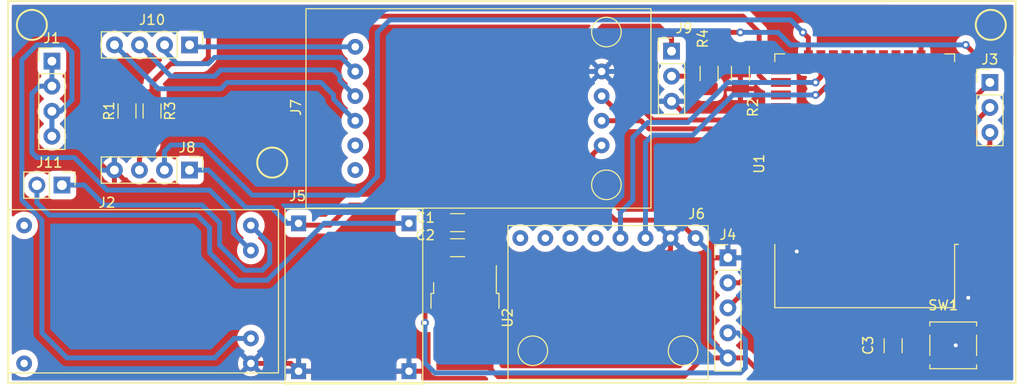
<source format=kicad_pcb>
(kicad_pcb (version 20211014) (generator pcbnew)
  (layers (0 "F.Cu" signal) (31 "B.Cu" signal) (34 "B.Paste" user) (35 "F.Paste" user) (36 "B.SilkS" user "B.Silkscreen") (37 "F.SilkS" user "F.Silkscreen") (38 "B.Mask" user) (39 "F.Mask" user) (44 "Edge.Cuts" user))
  (net 0 "")
  (net 1 "4056OUT-")
  (net 2 "US_ECHO")
  (net 3 "VEL_PULSE")
  (net 4 "Net-(J8-Pad3)")
  (net 5 "Net-(J9-Pad2)")
  (net 6 "3.3Reg")
  (net 9 "Net-(U1-Pad3)")
  (net 18 "MPU_SCL")
  (net 19 "MPU_SDA")
  (net 21 "US_TRIGGER")
  (net 26 "LC_SCK")
  (net 27 "LC_DT")
  (net 30 "Net-(J3-Pad3)")
  (net 31 "Net-(J4-Pad3)")
  (net 34 "Boost5V")
  (net 35 "LC_E+")
  (net 36 "LC_E-")
  (net 37 "LC_A+")
  (net 38 "LC_A-")
  (net 39 "4056OUT+")
  (net 40 "USB+")
  (net 41 "Battery(+)")
  (net 42 "Net-(J3-Pad1)")
  (net 43 "Net-(J3-Pad2)")
  (net 44 "Net-(J4-Pad2)")
  (net 45 "Battery(-)")
  (net 48 "Net-(J11-Pad2)")
  (net 49 "USB-")
  (footprint "Connector_PinHeader_2.54mm:PinHeader_1x04_P2.54mm_Vertical" (layer "F.Cu") (at 71.12 125.73 -90)
    (fp_text reference "J10" (at -2.54 3.81 180) (layer "F.SilkS"))
    (fp_text value "LOADCELL")
    (pad "1" thru_hole rect (at 0 0 270) (size 1.7 1.7) (drill 0.9) (layers *.Cu *.Mask) (net 35 "LC_E+"))
    (pad "2" thru_hole oval (at 0 2.54 270) (size 1.7 1.7) (drill 0.9) (layers *.Cu *.Mask) (net 36 "LC_E-"))
    (pad "3" thru_hole oval (at 0 5.08 270) (size 1.7 1.7) (drill 0.9) (layers *.Cu *.Mask) (net 37 "LC_A+"))
    (pad "4" thru_hole oval (at 0 7.62 270) (size 1.7 1.7) (drill 0.9) (layers *.Cu *.Mask) (net 38 "LC_A-"))
  )
  (footprint "Connector_PinHeader_2.54mm:PinHeader_1x02_P2.54mm_Vertical" (layer "F.Cu") (at 58.166 139.954 -90)
    (fp_text reference "J11" (at -2.286 1.27 180) (layer "F.SilkS"))
    (fp_text value "ON/OFF-Switch")
    (pad "1" thru_hole rect (at 0 0 270) (size 1.7 1.7) (drill 1) (layers *.Cu *.Mask) (net 39 "4056OUT+"))
    (pad "2" thru_hole oval (at 0 2.54 270) (size 1.7 1.7) (drill 1) (layers *.Cu *.Mask) (net 48 "Net-(J11-Pad2)"))
  )
  (footprint "Connector_PinHeader_2.54mm:PinHeader_1x04_P2.54mm_Vertical" (layer "F.Cu") (at 71.11 138.43 -90)
    (fp_text reference "J8" (at -2.286 0.244 180) (layer "F.SilkS"))
    (fp_text value "HC-SR04")
    (pad "1" thru_hole rect (at 0 0 270) (size 1.7 1.7) (drill 0.9) (layers *.Cu *.Mask) (net 34 "Boost5V"))
    (pad "2" thru_hole oval (at 0 2.54 270) (size 1.7 1.7) (drill 0.9) (layers *.Cu *.Mask) (net 21 "US_TRIGGER"))
    (pad "3" thru_hole oval (at 0 5.08 270) (size 1.7 1.7) (drill 0.9) (layers *.Cu *.Mask) (net 4 "Net-(J8-Pad3)"))
    (pad "4" thru_hole oval (at 0 7.62 270) (size 1.7 1.7) (drill 0.9) (layers *.Cu *.Mask) (net 1 "4056OUT-"))
  )
  (footprint "Connector_PinHeader_2.54mm:PinHeader_1x05_P2.54mm_Vertical" (layer "F.Cu") (at 125.73 147.325)
    (fp_text reference "J4" (at 0 -2.33) (layer "F.SilkS"))
    (fp_text value "UART2TTL Bridge")
    (pad "1" thru_hole rect (at 0 0) (size 1.7 1.7) (drill 0.9) (layers *.Cu *.Mask) (net 1 "4056OUT-"))
    (pad "2" thru_hole oval (at 0 2.54) (size 1.7 1.7) (drill 0.9) (layers *.Cu *.Mask) (net 44 "Net-(J4-Pad2)"))
    (pad "3" thru_hole oval (at 0 5.08) (size 1.7 1.7) (drill 0.9) (layers *.Cu *.Mask) (net 31 "Net-(J4-Pad3)"))
    (pad "4" thru_hole oval (at 0 7.62) (size 1.7 1.7) (drill 0.9) (layers *.Cu *.Mask) (net 34 "Boost5V"))
    (pad "5" thru_hole oval (at 0 10.16) (size 1.7 1.7) (drill 0.9) (layers *.Cu *.Mask) (net 6 "3.3Reg"))
  )
  (footprint "Resistor_SMD:R_1206_3216Metric_Pad1.30x1.75mm_HandSolder" (layer "F.Cu") (at 127 128.625 90)
    (fp_text reference "R2" (at -3.455 1.27 90) (layer "F.SilkS"))
    (fp_text value "1k")
    (pad "1" smd roundrect (at -1.55 0 90) (size 1.3 1.75) (layers "F.Cu" "F.Paste" "F.Mask") (roundrect_rratio 0.1923076923) (net 1 "4056OUT-"))
    (pad "2" smd roundrect (at 1.55 0 90) (size 1.3 1.75) (layers "F.Cu" "F.Paste" "F.Mask") (roundrect_rratio 0.1923076923) (net 3 "VEL_PULSE"))
  )
  (footprint "Capacitor_SMD:C_1206_3216Metric_Pad1.33x1.80mm_HandSolder" (layer "F.Cu") (at 98.298 146.304 180)
    (fp_text reference "C2" (at 3.2635 1.27) (layer "F.SilkS"))
    (fp_text value "CP1_Small")
    (pad "1" smd roundrect (at -1.5625 0 180) (size 1.325 1.8) (layers "F.Cu" "F.Paste" "F.Mask") (roundrect_rratio 0.1886792453) (net 6 "3.3Reg"))
    (pad "2" smd roundrect (at 1.5625 0 180) (size 1.325 1.8) (layers "F.Cu" "F.Paste" "F.Mask") (roundrect_rratio 0.1886792453) (net 1 "4056OUT-"))
  )
  (footprint "Miscelaneos:MPU 6050 Module" (layer "F.Cu") (at 123.72 144.06 -90)
    (fp_text reference "J6" (at -1.185 1.165 unlocked) (layer "F.SilkS"))
    (fp_text value "MPU6050")
    (pad "1" thru_hole circle (at 1.27 1.27 270) (size 1.6 1.6) (drill 0.762) (layers *.Cu *.Mask) (net 6 "3.3Reg"))
    (pad "2" thru_hole circle (at 1.27 3.81 270) (size 1.6 1.6) (drill 0.762) (layers *.Cu *.Mask) (net 1 "4056OUT-"))
    (pad "3" thru_hole circle (at 1.27 6.35 270) (size 1.6 1.6) (drill 0.762) (layers *.Cu *.Mask) (net 18 "MPU_SCL"))
    (pad "4" thru_hole circle (at 1.27 8.89 270) (size 1.6 1.6) (drill 0.762) (layers *.Cu *.Mask) (net 19 "MPU_SDA"))
    (pad "5" thru_hole circle (at 1.27 11.43 270) (size 1.6 1.6) (drill 0.762) (layers *.Cu *.Mask))
    (pad "6" thru_hole circle (at 1.27 13.97 270) (size 1.6 1.6) (drill 0.762) (layers *.Cu *.Mask))
    (pad "7" thru_hole circle (at 1.27 16.51 270) (size 1.6 1.6) (drill 0.762) (layers *.Cu *.Mask))
    (pad "8" thru_hole circle (at 1.27 19.05 270) (size 1.6 1.6) (drill 0.762) (layers *.Cu *.Mask))
  )
  (footprint "Resistor_SMD:R_1206_3216Metric_Pad1.30x1.75mm_HandSolder" (layer "F.Cu") (at 123.825 128.625 -90)
    (fp_text reference "R4" (at -3.53 0.635 -90) (layer "F.SilkS"))
    (fp_text value "330")
    (pad "1" smd roundrect (at -1.55 0 270) (size 1.3 1.75) (layers "F.Cu" "F.Paste" "F.Mask") (roundrect_rratio 0.1923076923) (net 3 "VEL_PULSE"))
    (pad "2" smd roundrect (at 1.55 0 270) (size 1.3 1.75) (layers "F.Cu" "F.Paste" "F.Mask") (roundrect_rratio 0.1923076923) (net 5 "Net-(J9-Pad2)"))
  )
  (footprint "Button_Switch_SMD:SW_SPST_TL3305B" (layer "F.Cu") (at 148.59 156.21)
    (fp_text reference "SW1" (at -1.016 -4.064) (layer "F.SilkS"))
    (fp_text value "SW_Enable")
    (pad "1" smd rect (at -3.6 -1.5) (size 1.6 1.4) (layers "F.Cu" "F.Paste" "F.Mask") (net 1 "4056OUT-"))
    (pad "1" smd rect (at 3.6 -1.5) (size 1.6 1.4) (layers "F.Cu" "F.Paste" "F.Mask") (net 1 "4056OUT-"))
    (pad "2" smd rect (at 3.6 1.5) (size 1.6 1.4) (layers "F.Cu" "F.Paste" "F.Mask") (net 9 "Net-(U1-Pad3)"))
    (pad "2" smd rect (at -3.6 1.5) (size 1.6 1.4) (layers "F.Cu" "F.Paste" "F.Mask") (net 9 "Net-(U1-Pad3)"))
  )
  (footprint "Connector_PinHeader_2.54mm:PinHeader_1x04_P2.54mm_Vertical" (layer "F.Cu") (at 57.15 127.381)
    (fp_text reference "J1" (at 0 -2.33) (layer "F.SilkS"))
    (fp_text value "Battery Pins")
    (pad "1" thru_hole rect (at 0 0) (size 1.7 1.7) (drill 0.9) (layers *.Cu *.Mask) (net 41 "Battery(+)"))
    (pad "2" thru_hole oval (at 0 2.54) (size 1.7 1.7) (drill 0.9) (layers *.Cu *.Mask) (net 41 "Battery(+)"))
    (pad "3" thru_hole oval (at 0 5.08) (size 1.7 1.7) (drill 0.9) (layers *.Cu *.Mask) (net 45 "Battery(-)"))
    (pad "4" thru_hole oval (at 0 7.62) (size 1.7 1.7) (drill 0.9) (layers *.Cu *.Mask) (net 45 "Battery(-)"))
  )
  (footprint "Capacitor_SMD:C_1206_3216Metric_Pad1.33x1.80mm_HandSolder" (layer "F.Cu") (at 98.298 143.764 180)
    (fp_text reference "C1" (at 3.2635 0.508) (layer "F.SilkS"))
    (fp_text value "CP1_Small")
    (pad "1" smd roundrect (at -1.5625 0 180) (size 1.325 1.8) (layers "F.Cu" "F.Paste" "F.Mask") (roundrect_rratio 0.1886792453) (net 34 "Boost5V"))
    (pad "2" smd roundrect (at 1.5625 0 180) (size 1.325 1.8) (layers "F.Cu" "F.Paste" "F.Mask") (roundrect_rratio 0.1886792453) (net 1 "4056OUT-"))
  )
  (footprint "RF_Module:ESP32-WROOM-32" (layer "F.Cu") (at 139.610244 136.525 180)
    (fp_text reference "U1" (at 10.705244 -1.27 90) (layer "F.SilkS"))
    (fp_text value "ESP32-WROOM-32")
    (pad "1" smd rect (at -8.5 -8.255 180) (size 2 0.9) (layers "F.Cu" "F.Paste" "F.Mask") (net 1 "4056OUT-"))
    (pad "2" smd rect (at -8.5 -6.985 180) (size 2 0.9) (layers "F.Cu" "F.Paste" "F.Mask") (net 6 "3.3Reg"))
    (pad "3" smd rect (at -8.5 -5.715 180) (size 2 0.9) (layers "F.Cu" "F.Paste" "F.Mask") (net 9 "Net-(U1-Pad3)"))
    (pad "4" smd rect (at -8.5 -4.445 180) (size 2 0.9) (layers "F.Cu" "F.Paste" "F.Mask"))
    (pad "5" smd rect (at -8.5 -3.175 180) (size 2 0.9) (layers "F.Cu" "F.Paste" "F.Mask"))
    (pad "6" smd rect (at -8.5 -1.905 180) (size 2 0.9) (layers "F.Cu" "F.Paste" "F.Mask") (net 3 "VEL_PULSE"))
    (pad "7" smd rect (at -8.5 -0.635 180) (size 2 0.9) (layers "F.Cu" "F.Paste" "F.Mask") (net 30 "Net-(J3-Pad3)"))
    (pad "8" smd rect (at -8.5 0.635 180) (size 2 0.9) (layers "F.Cu" "F.Paste" "F.Mask") (net 43 "Net-(J3-Pad2)"))
    (pad "9" smd rect (at -8.5 1.905 180) (size 2 0.9) (layers "F.Cu" "F.Paste" "F.Mask") (net 42 "Net-(J3-Pad1)"))
    (pad "10" smd rect (at -8.5 3.175 180) (size 2 0.9) (layers "F.Cu" "F.Paste" "F.Mask"))
    (pad "11" smd rect (at -8.5 4.445 180) (size 2 0.9) (layers "F.Cu" "F.Paste" "F.Mask"))
    (pad "12" smd rect (at -8.5 5.715 180) (size 2 0.9) (layers "F.Cu" "F.Paste" "F.Mask"))
    (pad "13" smd rect (at -8.5 6.985 180) (size 2 0.9) (layers "F.Cu" "F.Paste" "F.Mask"))
    (pad "14" smd rect (at -8.5 8.255 180) (size 2 0.9) (layers "F.Cu" "F.Paste" "F.Mask"))
    (pad "15" smd rect (at -5.715 9.255 270) (size 2 0.9) (layers "F.Cu" "F.Paste" "F.Mask") (net 1 "4056OUT-"))
    (pad "16" smd rect (at -4.445 9.255 270) (size 2 0.9) (layers "F.Cu" "F.Paste" "F.Mask") (net 18 "MPU_SCL"))
    (pad "17" smd rect (at -3.175 9.255 270) (size 2 0.9) (layers "F.Cu" "F.Paste" "F.Mask"))
    (pad "18" smd rect (at -1.905 9.255 270) (size 2 0.9) (layers "F.Cu" "F.Paste" "F.Mask"))
    (pad "19" smd rect (at -0.635 9.255 270) (size 2 0.9) (layers "F.Cu" "F.Paste" "F.Mask"))
    (pad "20" smd rect (at 0.635 9.255 270) (size 2 0.9) (layers "F.Cu" "F.Paste" "F.Mask"))
    (pad "21" smd rect (at 1.905 9.255 270) (size 2 0.9) (layers "F.Cu" "F.Paste" "F.Mask"))
    (pad "22" smd rect (at 3.175 9.255 270) (size 2 0.9) (layers "F.Cu" "F.Paste" "F.Mask"))
    (pad "23" smd rect (at 4.445 9.255 270) (size 2 0.9) (layers "F.Cu" "F.Paste" "F.Mask") (net 19 "MPU_SDA"))
    (pad "24" smd rect (at 5.715 9.255 270) (size 2 0.9) (layers "F.Cu" "F.Paste" "F.Mask") (net 21 "US_TRIGGER"))
    (pad "25" smd rect (at 8.5 8.255 180) (size 2 0.9) (layers "F.Cu" "F.Paste" "F.Mask"))
    (pad "26" smd rect (at 8.5 6.985 180) (size 2 0.9) (layers "F.Cu" "F.Paste" "F.Mask") (net 2 "US_ECHO"))
    (pad "27" smd rect (at 8.5 5.715 180) (size 2 0.9) (layers "F.Cu" "F.Paste" "F.Mask"))
    (pad "28" smd rect (at 8.5 4.445 180) (size 2 0.9) (layers "F.Cu" "F.Paste" "F.Mask"))
    (pad "29" smd rect (at 8.5 3.175 180) (size 2 0.9) (layers "F.Cu" "F.Paste" "F.Mask"))
    (pad "30" smd rect (at 8.5 1.905 180) (size 2 0.9) (layers "F.Cu" "F.Paste" "F.Mask") (net 27 "LC_DT"))
    (pad "31" smd rect (at 8.5 0.635 180) (size 2 0.9) (layers "F.Cu" "F.Paste" "F.Mask") (net 26 "LC_SCK"))
    (pad "32" smd rect (at 8.5 -0.635 180) (size 2 0.9) (layers "F.Cu" "F.Paste" "F.Mask"))
    (pad "33" smd rect (at 8.5 -1.905 180) (size 2 0.9) (layers "F.Cu" "F.Paste" "F.Mask"))
    (pad "34" smd rect (at 8.5 -3.175 180) (size 2 0.9) (layers "F.Cu" "F.Paste" "F.Mask") (net 44 "Net-(J4-Pad2)"))
    (pad "35" smd rect (at 8.5 -4.445 180) (size 2 0.9) (layers "F.Cu" "F.Paste" "F.Mask") (net 31 "Net-(J4-Pad3)"))
    (pad "36" smd rect (at 8.5 -5.715 180) (size 2 0.9) (layers "F.Cu" "F.Paste" "F.Mask"))
    (pad "37" smd rect (at 8.5 -6.985 180) (size 2 0.9) (layers "F.Cu" "F.Paste" "F.Mask"))
    (pad "38" smd rect (at 8.5 -8.255 180) (size 2 0.9) (layers "F.Cu" "F.Paste" "F.Mask") (net 1 "4056OUT-"))
    (pad "39" smd rect (at -1 -0.755 180) (size 5 5) (layers "F.Cu" "F.Paste" "F.Mask") (net 1 "4056OUT-"))
  )
  (footprint "Miscelaneos:HX711 Loadcell ADC" (layer "F.Cu") (at 82.925 121.425)
    (fp_text reference "J7" (at -1.01 10.655 90 unlocked) (layer "F.SilkS"))
    (fp_text value "HX711")
    (pad "1" thru_hole circle (at 5 4.5) (size 1.6 1.6) (drill oval 0.762) (layers *.Cu *.Mask) (net 35 "LC_E+"))
    (pad "2" thru_hole circle (at 5 7) (size 1.6 1.6) (drill 0.762) (layers *.Cu *.Mask) (net 36 "LC_E-"))
    (pad "3" thru_hole circle (at 5 9.5) (size 1.6 1.6) (drill 0.762) (layers *.Cu *.Mask) (net 37 "LC_A+"))
    (pad "4" thru_hole circle (at 5 12) (size 1.6 1.6) (drill 0.762) (layers *.Cu *.Mask) (net 38 "LC_A-"))
    (pad "5" thru_hole circle (at 30 14.5) (size 1.6 1.6) (drill 0.762) (layers *.Cu *.Mask) (net 6 "3.3Reg"))
    (pad "6" thru_hole circle (at 30 7) (size 1.6 1.6) (drill 0.762) (layers *.Cu *.Mask) (net 1 "4056OUT-"))
    (pad "7" thru_hole circle (at 30 12) (size 1.6 1.6) (drill 0.762) (layers *.Cu *.Mask) (net 26 "LC_SCK"))
    (pad "8" thru_hole circle (at 30 9.5) (size 1.6 1.6) (drill 0.762) (layers *.Cu *.Mask) (net 27 "LC_DT"))
    (pad "x" thru_hole circle (at 5 14.5) (size 1.6 1.6) (drill 0.762) (layers *.Cu *.Mask))
    (pad "x" thru_hole circle (at 5 17) (size 1.6 1.6) (drill 0.762) (layers *.Cu *.Mask))
  )
  (footprint "Miscelaneos:5-12V BoostConverter" (layer "F.Cu") (at 94.774 142.335 -90)
    (fp_text reference "J5" (at -1.27 12.7 unlocked) (layer "F.SilkS"))
    (fp_text value "BoostConverter")
    (pad "1" thru_hole rect (at 1.4986 1.3984 270) (size 1.6 1.524) (drill 0.762) (layers *.Cu *.Mask) (net 48 "Net-(J11-Pad2)"))
    (pad "2" thru_hole rect (at 16.4986 1.3984 270) (size 1.6 1.524) (drill 0.762) (layers *.Cu *.Mask) (net 1 "4056OUT-"))
    (pad "3" thru_hole rect (at 1.4986 12.5984 270) (size 1.6 1.524) (drill 0.762) (layers *.Cu *.Mask) (net 34 "Boost5V"))
    (pad "4" thru_hole rect (at 16.4986 12.5984 270) (size 1.6 1.524) (drill 0.762) (layers *.Cu *.Mask) (net 1 "4056OUT-"))
  )
  (footprint "Miscelaneos:18650 TP4056 Module" (layer "F.Cu") (at 52.135 137.725)
    (fp_text reference "J2" (at 10.603 4.007 unlocked) (layer "F.SilkS"))
    (fp_text value "TP4056 Module")
    (pad "1" thru_hole circle (at 25.2 8.86) (size 1.6 1.6) (drill 0.762) (layers *.Cu *.Mask) (net 41 "Battery(+)"))
    (pad "2" thru_hole circle (at 25.2 17.78) (size 1.6 1.6) (drill 0.762) (layers *.Cu *.Mask) (net 45 "Battery(-)"))
    (pad "3" thru_hole circle (at 25.2 6.32) (size 1.6 1.6) (drill 0.762) (layers *.Cu *.Mask) (net 39 "4056OUT+"))
    (pad "4" thru_hole circle (at 2.2 6.32) (size 1.6 1.6) (drill 0.762) (layers *.Cu *.Mask) (net 40 "USB+"))
    (pad "5" thru_hole circle (at 25.2 20.32) (size 1.6 1.6) (drill 0.762) (layers *.Cu *.Mask) (net 1 "4056OUT-"))
    (pad "6" thru_hole circle (at 2.2 20.32) (size 1.6 1.6) (drill 0.762) (layers *.Cu *.Mask) (net 49 "USB-"))
  )
  (footprint "Package_TO_SOT_SMD:TO-252-3_TabPin2" (layer "F.Cu") (at 99.059 153.416 -90)
    (fp_text reference "U2" (at 0 -4.319 -90) (layer "F.SilkS"))
    (fp_text value "LM1117-3.3")
    (pad "1" smd rect (at -4.2 -2.28 270) (size 2.2 1.2) (layers "F.Cu" "F.Paste" "F.Mask") (net 1 "4056OUT-"))
    (pad "2" smd rect (at 2.1 0 270) (size 6.4 5.8) (layers "F.Cu" "F.Mask") (net 6 "3.3Reg"))
    (pad "2" smd rect (at -4.2 0 270) (size 2.2 1.2) (layers "F.Cu" "F.Paste" "F.Mask") (net 6 "3.3Reg"))
    (pad "3" smd rect (at -4.2 2.28 270) (size 2.2 1.2) (layers "F.Cu" "F.Paste" "F.Mask") (net 34 "Boost5V"))
  )
  (footprint "Connector_PinHeader_2.54mm:PinHeader_1x03_P2.54mm_Vertical" (layer "F.Cu") (at 152.310244 129.54)
    (fp_text reference "J3" (at 0 -2.33) (layer "F.SilkS"))
    (fp_text value "Reserve IO's")
    (pad "1" thru_hole rect (at 0 0) (size 1.7 1.7) (drill 0.9) (layers *.Cu *.Mask) (net 42 "Net-(J3-Pad1)"))
    (pad "2" thru_hole oval (at 0 2.54) (size 1.7 1.7) (drill 0.9) (layers *.Cu *.Mask) (net 43 "Net-(J3-Pad2)"))
    (pad "3" thru_hole oval (at 0 5.08) (size 1.7 1.7) (drill 0.9) (layers *.Cu *.Mask) (net 30 "Net-(J3-Pad3)"))
  )
  (footprint "Resistor_SMD:R_1206_3216Metric_Pad1.30x1.75mm_HandSolder" (layer "F.Cu") (at 64.77 132.435 90)
    (fp_text reference "R1" (at 0 -1.82 90) (layer "F.SilkS"))
    (fp_text value "1k")
    (pad "1" smd roundrect (at -1.55 0 90) (size 1.3 1.75) (layers "F.Cu" "F.Paste" "F.Mask") (roundrect_rratio 0.1923076923) (net 1 "4056OUT-"))
    (pad "2" smd roundrect (at 1.55 0 90) (size 1.3 1.75) (layers "F.Cu" "F.Paste" "F.Mask") (roundrect_rratio 0.1923076923) (net 2 "US_ECHO"))
  )
  (footprint "Connector_PinHeader_2.54mm:PinHeader_1x03_P2.54mm_Vertical" (layer "F.Cu") (at 120.015 126.365)
    (fp_text reference "J9" (at 1.27 -2.33) (layer "F.SilkS"))
    (fp_text value "FOTOELECTRIC_ENCODER")
    (pad "1" thru_hole rect (at 0 0) (size 1.7 1.7) (drill 0.9) (layers *.Cu *.Mask) (net 34 "Boost5V"))
    (pad "2" thru_hole oval (at 0 2.54) (size 1.7 1.7) (drill 0.9) (layers *.Cu *.Mask) (net 5 "Net-(J9-Pad2)"))
    (pad "3" thru_hole oval (at 0 5.08) (size 1.7 1.7) (drill 0.9) (layers *.Cu *.Mask) (net 1 "4056OUT-"))
  )
  (footprint "Capacitor_SMD:C_1206_3216Metric_Pad1.33x1.80mm_HandSolder" (layer "F.Cu") (at 142.494 156.2485 90)
    (fp_text reference "C3" (at 0.0385 -2.54 90) (layer "F.SilkS"))
    (fp_text value "10uF")
    (pad "1" smd roundrect (at -1.5625 0 90) (size 1.325 1.8) (layers "F.Cu" "F.Paste" "F.Mask") (roundrect_rratio 0.188679) (net 9 "Net-(U1-Pad3)"))
    (pad "2" smd roundrect (at 1.5625 0 90) (size 1.325 1.8) (layers "F.Cu" "F.Paste" "F.Mask") (roundrect_rratio 0.188679) (net 1 "4056OUT-"))
  )
  (footprint "Resistor_SMD:R_1206_3216Metric_Pad1.30x1.75mm_HandSolder" (layer "F.Cu") (at 67.31 132.435 -90)
    (fp_text reference "R3" (at 0 -1.82 -90) (layer "F.SilkS"))
    (fp_text value "330")
    (pad "1" smd roundrect (at -1.55 0 270) (size 1.3 1.75) (layers "F.Cu" "F.Paste" "F.Mask") (roundrect_rratio 0.1923076923) (net 2 "US_ECHO"))
    (pad "2" smd roundrect (at 1.55 0 270) (size 1.3 1.75) (layers "F.Cu" "F.Paste" "F.Mask") (roundrect_rratio 0.1923076923) (net 4 "Net-(J8-Pad3)"))
  )
  (gr_rect (start 52.705 160.02) (end 154.94 121.285) (layer "F.SilkS") (width 0.15) (fill none))
  (gr_circle (center 55.118 123.698) (end 56.642 123.698) (layer "F.SilkS") (width 0.2) (fill none))
  (gr_circle (center 152.4 123.698) (end 153.924 123.698) (layer "F.SilkS") (width 0.2) (fill none))
  (gr_circle (center 79.502 137.668) (end 81.026 137.668) (layer "F.SilkS") (width 0.2) (fill none))
  (segment (start 120.015 131.445) (end 121.02048 132.45048) (width 0.5) (layer "F.Cu") (net 1))
  (segment (start 148.110244 144.78) (end 146.05 144.78) (width 0.5) (layer "F.Cu") (net 1))
  (segment (start 77.335 158.045) (end 81.387 158.045) (width 0.5) (layer "F.Cu") (net 1))
  (segment (start 145.325244 127.27) (end 145.325244 129.629756) (width 0.5) (layer "F.Cu") (net 1))
  (segment (start 63.754 121.92) (end 61.214 124.46) (width 0.5) (layer "F.Cu") (net 1))
  (segment (start 135.89 140.97) (end 139.58 137.28) (width 0.5) (layer "F.Cu") (net 1))
  (segment (start 144.145 138.43) (end 142.995 137.28) (width 0.5) (layer "F.Cu") (net 1))
  (segment (start 96.7355 146.304) (end 93.726 149.3135) (width 0.5) (layer "F.Cu") (net 1))
  (segment (start 121.02048 132.45048) (end 125.99452 132.45048) (width 0.5) (layer "F.Cu") (net 1))
  (segment (start 79.502 155.878) (end 79.502 143.002) (width 0.5) (layer "F.Cu") (net 1))
  (segment (start 133.985 144.78) (end 132.715 146.05) (width 0.5) (layer "F.Cu") (net 1))
  (segment (start 101.854 147.574) (end 118.872 147.574) (width 0.5) (layer "F.Cu") (net 1))
  (segment (start 77.335 158.045) (end 79.502 155.878) (width 0.5) (layer "F.Cu") (net 1))
  (segment (start 150.69 156.21) (end 149.606 156.21) (width 0.5) (layer "F.Cu") (net 1))
  (segment (start 144.145 142.875) (end 144.145 138.43) (width 0.5) (layer "F.Cu") (net 1))
  (segment (start 101.086 148.342) (end 101.854 147.574) (width 0.5) (layer "F.Cu") (net 1))
  (segment (start 150.114 145.034) (end 150.114 151.384) (width 0.5) (layer "F.Cu") (net 1))
  (segment (start 63.49 137.17) (end 64.77 135.89) (width 0.5) (layer "F.Cu") (net 1))
  (segment (start 146.05 144.78) (end 144.145 142.875) (width 0.5) (layer "F.Cu") (net 1))
  (segment (start 76.962 140.462) (end 65.522 140.462) (width 0.5) (layer "F.Cu") (net 1))
  (segment (start 63.49 138.43) (end 63.49 137.17) (width 0.5) (layer "F.Cu") (net 1))
  (segment (start 93.3756 157.226) (end 93.3756 158.8336) (width 0.5) (layer "F.Cu") (net 1))
  (segment (start 119.91 146.536) (end 119.91 145.33) (width 0.5) (layer "F.Cu") (net 1))
  (segment (start 125.99452 132.45048) (end 127 131.445) (width 0.5) (layer "F.Cu") (net 1))
  (segment (start 101.086 149.807) (end 101.086 148.342) (width 0.5) (layer "F.Cu") (net 1))
  (segment (start 93.726 156.8756) (end 93.3756 157.226) (width 0.5) (layer "F.Cu") (net 1))
  (segment (start 61.214 124.46) (end 61.214 136.906) (width 0.5) (layer "F.Cu") (net 1))
  (segment (start 93.726 149.3135) (end 93.726 156.8756) (width 0.5) (layer "F.Cu") (net 1))
  (segment (start 152.19 154.71) (end 150.69 156.21) (width 0.5) (layer "F.Cu") (net 1))
  (segment (start 82.1756 158.8336) (end 93.3756 158.8336) (width 0.5) (layer "F.Cu") (net 1))
  (segment (start 96.7355 146.304) (end 96.7355 143.764) (width 0.5) (layer "F.Cu") (net 1))
  (segment (start 144.99 154.71) (end 152.19 154.71) (width 0.5) (layer "F.Cu") (net 1))
  (segment (start 61.214 136.906) (end 62.738 138.43) (width 0.5) (layer "F.Cu") (net 1))
  (segment (start 142.494 121.92) (end 63.754 121.92) (width 0.5) (layer "F.Cu") (net 1))
  (segment (start 133.985 144.78) (end 135.89 142.875) (width 0.5) (layer "F.Cu") (net 1))
  (segment (start 142.494 154.686) (end 144.966 154.686) (width 0.5) (layer "F.Cu") (net 1))
  (segment (start 149.606 156.21) (end 148.844 156.21) (width 0.5) (layer "F.Cu") (net 1))
  (segment (start 145.325244 124.751244) (end 142.494 121.92) (width 0.5) (layer "F.Cu") (net 1))
  (segment (start 118.872 147.574) (end 119.91 146.536) (width 0.5) (layer "F.Cu") (net 1))
  (segment (start 148.110244 144.78) (end 149.86 144.78) (width 0.5) (layer "F.Cu") (net 1))
  (segment (start 131.110244 144.78) (end 133.985 144.78) (width 0.5) (layer "F.Cu") (net 1))
  (segment (start 64.77 135.89) (end 64.77 133.985) (width 0.5) (layer "F.Cu") (net 1))
  (segment (start 121.905 147.325) (end 119.91 145.33) (width 0.5) (layer "F.Cu") (net 1))
  (segment (start 65.522 140.462) (end 63.49 138.43) (width 0.5) (layer "F.Cu") (net 1))
  (segment (start 81.387 158.045) (end 82.1756 158.8336) (width 0.5) (layer "F.Cu") (net 1))
  (segment (start 145.325244 129.629756) (end 140.610244 134.344756) (width 0.5) (layer "F.Cu") (net 1))
  (segment (start 149.86 144.78) (end 150.114 145.034) (width 0.5) (layer "F.Cu") (net 1))
  (segment (start 142.995 137.28) (end 140.610244 137.28) (width 0.5) (layer "F.Cu") (net 1))
  (segment (start 140.610244 134.344756) (end 140.610244 137.28) (width 0.5) (layer "F.Cu") (net 1))
  (segment (start 79.502 143.002) (end 76.962 140.462) (width 0.5) (layer "F.Cu") (net 1))
  (segment (start 135.89 142.875) (end 135.89 140.97) (width 0.5) (layer "F.Cu") (net 1))
  (segment (start 125.73 147.325) (end 121.905 147.325) (width 0.5) (layer "F.Cu") (net 1))
  (segment (start 144.966 154.686) (end 144.99 154.71) (width 0.5) (layer "F.Cu") (net 1))
  (segment (start 132.715 146.05) (end 132.715 146.685) (width 0.5) (layer "F.Cu") (net 1))
  (segment (start 145.325244 127.27) (end 145.325244 124.751244) (width 0.5) (layer "F.Cu") (net 1))
  (segment (start 139.58 137.28) (end 140.610244 137.28) (width 0.5) (layer "F.Cu") (net 1))
  (segment (start 62.738 138.43) (end 63.49 138.43) (width 0.5) (layer "F.Cu") (net 1))
  (segment (start 127 131.445) (end 127 130.175) (width 0.5) (layer "F.Cu") (net 1))
  (via (at 148.844 156.21) (size 0.8) (drill 0.4) (layers "F.Cu" "B.Cu") (net 1))
  (via (at 150.114 151.384) (size 0.8) (drill 0.4) (layers "F.Cu" "B.Cu") (net 1))
  (via (at 132.715 146.685) (size 0.8) (drill 0.4) (layers "F.Cu" "B.Cu") (net 1))
  (segment (start 131.445 147.955) (end 128.27 147.955) (width 0.5) (layer "B.Cu") (net 1))
  (segment (start 148.844 156.21) (end 150.114 154.94) (width 0.5) (layer "B.Cu") (net 1))
  (segment (start 93.1202 158.835) (end 93.1216 158.8336) (width 0.5) (layer "B.Cu") (net 1))
  (segment (start 103.505 143.51) (end 102.235 144.78) (width 0.5) (layer "B.Cu") (net 1))
  (segment (start 109.22 143.51) (end 103.505 143.51) (width 0.5) (layer "B.Cu") (net 1))
  (segment (start 114.455 128.425) (end 117.475 131.445) (width 0.5) (layer "B.Cu") (net 1))
  (segment (start 112.925 128.425) (end 111.605 128.425) (width 0.5) (layer "B.Cu") (net 1))
  (segment (start 128.27 147.955) (end 127.635 147.32) (width 0.5) (layer "B.Cu") (net 1))
  (segment (start 111.125 128.905) (end 111.125 141.605) (width 0.5) (layer "B.Cu") (net 1))
  (segment (start 112.925 128.425) (end 114.455 128.425) (width 0.5) (layer "B.Cu") (net 1))
  (segment (start 102.235 144.78) (end 102.235 146.685) (width 0.5) (layer "B.Cu") (net 1))
  (segment (start 127.635 147.32) (end 127.63 147.325) (width 0.5) (layer "B.Cu") (net 1))
  (segment (start 119.91 145.52) (end 119.91 145.33) (width 0.5) (layer "B.Cu") (net 1))
  (segment (start 102.235 146.685) (end 102.87 147.32) (width 0.5) (layer "B.Cu") (net 1))
  (segment (start 118.11 147.32) (end 119.91 145.52) (width 0.5) (layer "B.Cu") (net 1))
  (segment (start 127.63 147.325) (end 125.73 147.325) (width 0.5) (layer "B.Cu") (net 1))
  (segment (start 117.475 131.445) (end 120.015 131.445) (width 0.5) (layer "B.Cu") (net 1))
  (segment (start 111.125 141.605) (end 109.22 143.51) (width 0.5) (layer "B.Cu") (net 1))
  (segment (start 150.114 154.94) (end 150.114 151.384) (width 0.5) (layer "B.Cu") (net 1))
  (segment (start 111.605 128.425) (end 111.125 128.905) (width 0.5) (layer "B.Cu") (net 1))
  (segment (start 132.715 146.685) (end 131.445 147.955) (width 0.5) (layer "B.Cu") (net 1))
  (segment (start 102.87 147.32) (end 118.11 147.32) (width 0.5) (layer "B.Cu") (net 1))
  (segment (start 69.215 127.635) (end 72.39 127.635) (width 0.5) (layer "F.Cu") (net 2))
  (segment (start 74.66548 122.81952) (end 127.26452 122.81952) (width 0.5) (layer "F.Cu") (net 2))
  (segment (start 73.025 127) (end 73.025 124.46) (width 0.5) (layer "F.Cu") (net 2))
  (segment (start 73.025 124.46) (end 74.66548 122.81952) (width 0.5) (layer "F.Cu") (net 2))
  (segment (start 128.905 128.813778) (end 129.631222 129.54) (width 0.5) (layer "F.Cu") (net 2))
  (segment (start 67.31 129.54) (end 69.215 127.635) (width 0.5) (layer "F.Cu") (net 2))
  (segment (start 129.631222 129.54) (end 131.110244 129.54) (width 0.5) (layer "F.Cu") (net 2))
  (segment (start 64.77 130.885) (end 67.31 130.885) (width 0.5) (layer "F.Cu") (net 2))
  (segment (start 128.905 124.46) (end 128.905 128.813778) (width 0.5) (layer "F.Cu") (net 2))
  (segment (start 67.31 130.885) (end 67.31 129.54) (width 0.5) (layer "F.Cu") (net 2))
  (segment (start 127.26452 122.81952) (end 128.905 124.46) (width 0.5) (layer "F.Cu") (net 2))
  (segment (start 72.39 127.635) (end 73.025 127) (width 0.5) (layer "F.Cu") (net 2))
  (segment (start 154.178 127.762) (end 154.178 136.398) (width 0.5) (layer "F.Cu") (net 3))
  (segment (start 153.67 127.254) (end 154.178 127.762) (width 0.5) (layer "F.Cu") (net 3))
  (segment (start 127 124.46) (end 125.73 124.46) (width 0.5) (layer "F.Cu") (net 3))
  (segment (start 154.178 136.398) (end 152.146 138.43) (width 0.5) (layer "F.Cu") (net 3))
  (segment (start 152.146 138.43) (end 148.110244 138.43) (width 0.5) (layer "F.Cu") (net 3))
  (segment (start 149.86 125.73) (end 151.384 127.254) (width 0.5) (layer "F.Cu") (net 3))
  (segment (start 123.825 126.365) (end 123.825 127.075) (width 0.5) (layer "F.Cu") (net 3))
  (segment (start 151.384 127.254) (end 153.67 127.254) (width 0.5) (layer "F.Cu") (net 3))
  (segment (start 123.825 127.075) (end 127 127.075) (width 0.5) (layer "F.Cu") (net 3))
  (segment (start 125.73 124.46) (end 123.825 126.365) (width 0.5) (layer "F.Cu") (net 3))
  (via (at 127 124.46) (size 0.8) (drill 0.4) (layers "F.Cu" "B.Cu") (net 3))
  (via (at 149.86 125.73) (size 0.8) (drill 0.4) (layers "F.Cu" "B.Cu") (net 3))
  (segment (start 133.35 125.73) (end 132.08 125.73) (width 0.5) (layer "B.Cu") (net 3))
  (segment (start 132.08 125.73) (end 130.81 124.46) (width 0.5) (layer "B.Cu") (net 3))
  (segment (start 149.86 125.73) (end 133.35 125.73) (width 0.5) (layer "B.Cu") (net 3))
  (segment (start 130.81 124.46) (end 127 124.46) (width 0.5) (layer "B.Cu") (net 3))
  (segment (start 66.03 138.43) (end 66.03 137.17) (width 0.5) (layer "F.Cu") (net 4))
  (segment (start 67.31 135.89) (end 67.31 133.985) (width 0.5) (layer "F.Cu") (net 4))
  (segment (start 66.03 137.17) (end 67.31 135.89) (width 0.5) (layer "F.Cu") (net 4))
  (segment (start 123.825 129.54) (end 123.19 128.905) (width 0.5) (layer "F.Cu") (net 5))
  (segment (start 123.19 128.905) (end 120.015 128.905) (width 0.5) (layer "F.Cu") (net 5))
  (segment (start 123.825 130.175) (end 123.825 129.54) (width 0.5) (layer "F.Cu") (net 5))
  (segment (start 140.94448 153.900907) (end 141.683387 153.162) (width 0.5) (layer "F.Cu") (net 6))
  (segment (start 151.13 144.272) (end 150.368 143.51) (width 0.5) (layer "F.Cu") (net 6))
  (segment (start 99.8605 146.304) (end 99.059 147.1055) (width 0.5) (layer "F.Cu") (net 6))
  (segment (start 112.02452 136.82548) (end 112.02452 141.23452) (width 0.5) (layer "F.Cu") (net 6))
  (segment (start 102.421 159.385) (end 98.806 155.77) (width 0.5) (layer "F.Cu") (net 6))
  (segment (start 123.19 157.48) (end 121.285 159.385) (width 0.5) (layer "F.Cu") (net 6))
  (segment (start 127.513 157.485) (end 129.032 159.004) (width 0.5) (layer "F.Cu") (net 6))
  (segment (start 121.285 159.385) (end 102.421 159.385) (width 0.5) (layer "F.Cu") (net 6))
  (segment (start 139.954 159.004) (end 140.94448 158.01352) (width 0.5) (layer "F.Cu") (net 6))
  (segment (start 120.65 143.53) (end 122.45 145.33) (width 0.5) (layer "F.Cu") (net 6))
  (segment (start 125.73 157.485) (end 127.513 157.485) (width 0.5) (layer "F.Cu") (net 6))
  (segment (start 123.195 157.485) (end 123.19 157.48) (width 0.5) (layer "F.Cu") (net 6))
  (segment (start 141.683387 153.162) (end 149.86 153.162) (width 0.5) (layer "F.Cu") (net 6))
  (segment (start 99.059 147.1055) (end 99.059 149.216) (width 0.5) (layer "F.Cu") (net 6))
  (segment (start 151.13 151.892) (end 151.13 144.272) (width 0.5) (layer "F.Cu") (net 6))
  (segment (start 149.86 153.162) (end 151.13 151.892) (width 0.5) (layer "F.Cu") (net 6))
  (segment (start 125.73 157.485) (end 123.195 157.485) (width 0.5) (layer "F.Cu") (net 6))
  (segment (start 129.032 159.004) (end 139.954 159.004) (width 0.5) (layer "F.Cu") (net 6))
  (segment (start 120.65 143.51) (end 120.65 143.53) (width 0.5) (layer "F.Cu") (net 6))
  (segment (start 112.925 135.925) (end 112.02452 136.82548) (width 0.5) (layer "F.Cu") (net 6))
  (segment (start 99.059 149.216) (end 99.059 155.516) (width 0.5) (layer "F.Cu") (net 6))
  (segment (start 150.368 143.51) (end 148.110244 143.51) (width 0.5) (layer "F.Cu") (net 6))
  (segment (start 114.3 143.51) (end 120.65 143.51) (width 0.5) (layer "F.Cu") (net 6))
  (segment (start 140.94448 158.01352) (end 140.94448 153.900907) (width 0.5) (layer "F.Cu") (net 6))
  (segment (start 112.02452 141.23452) (end 114.3 143.51) (width 0.5) (layer "F.Cu") (net 6))
  (segment (start 123.825 155.58) (end 125.73 157.485) (width 0.5) (layer "B.Cu") (net 6))
  (segment (start 123.825 146.705) (end 123.825 155.58) (width 0.5) (layer "B.Cu") (net 6))
  (segment (start 122.45 145.33) (end 123.825 146.705) (width 0.5) (layer "B.Cu") (net 6))
  (segment (start 153.67 156.845) (end 153.67 153.390978) (width 0.5) (layer "F.Cu") (net 9))
  (segment (start 152.4 153.035) (end 152.02952 152.66452) (width 0.5) (layer "F.Cu") (net 9))
  (segment (start 142.494 157.811) (end 144.889 157.811) (width 0.5) (layer "F.Cu") (net 9))
  (segment (start 144.99 157.71) (end 152.19 157.71) (width 0.5) (layer "F.Cu") (net 9))
  (segment (start 144.889 157.811) (end 144.99 157.71) (width 0.5) (layer "F.Cu") (net 9))
  (segment (start 152.02952 143.772406) (end 150.497113 142.24) (width 0.5) (layer "F.Cu") (net 9))
  (segment (start 150.497113 142.24) (end 148.110244 142.24) (width 0.5) (layer "F.Cu") (net 9))
  (segment (start 152.805 157.71) (end 153.67 156.845) (width 0.5) (layer "F.Cu") (net 9))
  (segment (start 153.314022 153.035) (end 152.4 153.035) (width 0.5) (layer "F.Cu") (net 9))
  (segment (start 152.02952 152.66452) (end 152.02952 143.772406) (width 0.5) (layer "F.Cu") (net 9))
  (segment (start 152.19 157.71) (end 152.805 157.71) (width 0.5) (layer "F.Cu") (net 9))
  (segment (start 153.67 153.390978) (end 153.314022 153.035) (width 0.5) (layer "F.Cu") (net 9))
  (segment (start 144.055244 127.27) (end 144.055244 128.749022) (width 0.5) (layer "F.Cu") (net 18))
  (segment (start 136.104234 129.54) (end 134.834234 130.81) (width 0.5) (layer "F.Cu") (net 18))
  (segment (start 134.834234 130.81) (end 134.62 130.81) (width 0.5) (layer "F.Cu") (net 18))
  (segment (start 144.055244 128.749022) (end 143.264266 129.54) (width 0.5) (layer "F.Cu") (net 18))
  (segment (start 143.264266 129.54) (end 136.104234 129.54) (width 0.5) (layer "F.Cu") (net 18))
  (via (at 134.62 130.81) (size 0.8) (drill 0.4) (layers "F.Cu" "B.Cu") (net 18))
  (segment (start 134.62 130.81) (end 126.238 130.81) (width 0.5) (layer "B.Cu") (net 18))
  (segment (start 126.238 130.81) (end 122.174 134.874) (width 0.5) (layer "B.Cu") (net 18))
  (segment (start 122.174 134.874) (end 118.11 134.874) (width 0.5) (layer "B.Cu") (net 18))
  (segment (start 117.37 135.614) (end 117.37 145.33) (width 0.5) (layer "B.Cu") (net 18))
  (segment (start 118.11 134.874) (end 117.37 135.614) (width 0.5) (layer "B.Cu") (net 18))
  (segment (start 134.62 129.54) (end 135.165244 128.994756) (width 0.5) (layer "F.Cu") (net 19))
  (segment (start 135.165244 128.994756) (end 135.165244 127.27) (width 0.5) (layer "F.Cu") (net 19))
  (via (at 134.62 129.54) (size 0.8) (drill 0.4) (layers "F.Cu" "B.Cu") (net 19))
  (segment (start 117.602 133.604) (end 116.078 135.128) (width 0.5) (layer "B.Cu") (net 19))
  (segment (start 125.73 129.54) (end 121.666 133.604) (width 0.5) (layer "B.Cu") (net 19))
  (segment (start 134.62 129.54) (end 125.73 129.54) (width 0.5) (layer "B.Cu") (net 19))
  (segment (start 116.078 135.128) (end 116.078 141.478) (width 0.5) (layer "B.Cu") (net 19))
  (segment (start 116.078 141.478) (end 114.808 142.748) (width 0.5) (layer "B.Cu") (net 19))
  (segment (start 121.666 133.604) (end 117.602 133.604) (width 0.5) (layer "B.Cu") (net 19))
  (segment (start 114.83 142.77) (end 114.83 145.33) (width 0.5) (layer "B.Cu") (net 19))
  (segment (start 114.808 142.748) (end 114.83 142.77) (width 0.5) (layer "B.Cu") (net 19))
  (segment (start 133.895244 127.27) (end 133.895244 125.005244) (width 0.5) (layer "F.Cu") (net 21))
  (segment (start 133.795733 127.170489) (end 133.795733 126.900489) (width 0.5) (layer "F.Cu") (net 21))
  (segment (start 133.895244 127.27) (end 133.795733 127.170489) (width 0.5) (layer "F.Cu") (net 21))
  (segment (start 133.895244 125.005244) (end 133.35 124.46) (width 0.5) (layer "F.Cu") (net 21))
  (via (at 133.35 124.46) (size 0.8) (drill 0.4) (layers "F.Cu" "B.Cu") (net 21))
  (segment (start 69.215 135.89) (end 72.39 135.89) (width 0.5) (layer "B.Cu") (net 21))
  (segment (start 77.47 140.97) (end 88.265 140.97) (width 0.5) (layer "B.Cu") (net 21))
  (segment (start 88.265 140.97) (end 90.17 139.065) (width 0.5) (layer "B.Cu") (net 21))
  (segment (start 72.39 135.89) (end 77.47 140.97) (width 0.5) (layer "B.Cu") (net 21))
  (segment (start 68.57 136.535) (end 69.215 135.89) (width 0.5) (layer "B.Cu") (net 21))
  (segment (start 68.57 138.43) (end 68.57 136.535) (width 0.5) (layer "B.Cu") (net 21))
  (segment (start 90.17 124.46) (end 91.44 123.19) (width 0.5) (layer "B.Cu") (net 21))
  (segment (start 132.08 123.19) (end 133.35 124.46) (width 0.5) (layer "B.Cu") (net 21))
  (segment (start 90.17 139.065) (end 90.17 124.46) (width 0.5) (layer "B.Cu") (net 21))
  (segment (start 91.44 123.19) (end 132.08 123.19) (width 0.5) (layer "B.Cu") (net 21))
  (segment (start 128.00548 135.89) (end 131.110244 135.89) (width 0.5) (layer "F.Cu") (net 26))
  (segment (start 126.365 134.24952) (end 128.00548 135.89) (width 0.5) (layer "F.Cu") (net 26))
  (segment (start 112.925 133.425) (end 116.912886 133.425) (width 0.5) (layer "F.Cu") (net 26))
  (segment (start 116.912886 133.425) (end 117.737407 134.24952) (width 0.5) (layer "F.Cu") (net 26))
  (segment (start 117.737407 134.24952) (end 126.365 134.24952) (width 0.5) (layer "F.Cu") (net 26))
  (segment (start 114.52548 132.52548) (end 117.28548 132.52548) (width 0.5) (layer "F.Cu") (net 27))
  (segment (start 112.925 130.925) (end 114.52548 132.52548) (width 0.5) (layer "F.Cu") (net 27))
  (segment (start 127 133.35) (end 128.27 134.62) (width 0.5) (layer "F.Cu") (net 27))
  (segment (start 128.27 134.62) (end 131.110244 134.62) (width 0.5) (layer "F.Cu") (net 27))
  (segment (start 118.11 133.35) (end 127 133.35) (width 0.5) (layer "F.Cu") (net 27))
  (segment (start 117.28548 132.52548) (end 118.11 133.35) (width 0.5) (layer "F.Cu") (net 27))
  (segment (start 152.310244 135.89) (end 151.040244 137.16) (width 0.5) (layer "F.Cu") (net 30))
  (segment (start 151.040244 137.16) (end 148.110244 137.16) (width 0.5) (layer "F.Cu") (net 30))
  (segment (start 152.310244 134.62) (end 152.310244 135.89) (width 0.5) (layer "F.Cu") (net 30))
  (segment (start 128.53452 149.60048) (end 128.53452 141.34048) (width 0.5) (layer "F.Cu") (net 31))
  (segment (start 128.905 140.97) (end 131.110244 140.97) (width 0.5) (layer "F.Cu") (net 31))
  (segment (start 128.53452 141.34048) (end 128.905 140.97) (width 0.5) (layer "F.Cu") (net 31))
  (segment (start 125.73 152.405) (end 128.53452 149.60048) (width 0.5) (layer "F.Cu") (net 31))
  (segment (start 99.568 143.764) (end 100.33 143.764) (width 0.5) (layer "F.Cu") (net 34))
  (segment (start 111.125 125.73) (end 113.03 123.825) (width 0.5) (layer "F.Cu") (net 34))
  (segment (start 111.125 141.732) (end 111.125 125.73) (width 0.5) (layer "F.Cu") (net 34))
  (segment (start 103.378 143.256) (end 109.601 143.256) (width 0.5) (layer "F.Cu") (net 34))
  (segment (start 118.745 123.825) (end 120.015 125.095) (width 0.5) (layer "F.Cu") (net 34))
  (segment (start 96.779 149.216) (end 96.779 148.716) (width 0.5) (layer "F.Cu") (net 34))
  (segment (start 98.0825 141.986) (end 99.8605 143.764) (width 0.5) (layer "F.Cu") (net 34))
  (segment (start 98.04752 147.44748) (end 98.04752 145.57698) (width 0.5) (layer "F.Cu") (net 34))
  (segment (start 98.04752 145.57698) (end 99.8605 143.764) (width 0.5) (layer "F.Cu") (net 34))
  (segment (start 96.779 148.716) (end 98.04752 147.44748) (width 0.5) (layer "F.Cu") (net 34))
  (segment (start 94.996 150.114) (end 95.894 149.216) (width 0.5) (layer "F.Cu") (net 34))
  (segment (start 120.015 125.095) (end 120.015 126.365) (width 0.5) (layer "F.Cu") (net 34))
  (segment (start 100.33 143.764) (end 100.33 144.272) (width 0.5) (layer "F.Cu") (net 34))
  (segment (start 95.894 149.216) (end 96.526 149.216) (width 0.5) (layer "F.Cu") (net 34))
  (segment (start 94.996 153.924) (end 94.996 150.114) (width 0.5) (layer "F.Cu") (net 34))
  (segment (start 100.33 143.764) (end 102.87 143.764) (width 0.5) (layer "F.Cu") (net 34))
  (segment (start 85.344 144.018) (end 87.376 141.986) (width 0.5) (layer "F.Cu") (net 34))
  (segment (start 87.376 141.986) (end 98.0825 141.986) (width 0.5) (layer "F.Cu") (net 34))
  (segment (start 82.106 144.018) (end 85.344 144.018) (width 0.5) (layer "F.Cu") (net 34))
  (segment (start 81.9216 143.8336) (end 82.106 144.018) (width 0.5) (layer "F.Cu") (net 34))
  (segment (start 109.601 143.256) (end 111.125 141.732) (width 0.5) (layer "F.Cu") (net 34))
  (segment (start 99.8605 143.764) (end 100.33 143.764) (width 0.5) (layer "F.Cu") (net 34))
  (segment (start 113.03 123.825) (end 118.745 123.825) (width 0.5) (layer "F.Cu") (net 34))
  (segment (start 102.87 143.764) (end 103.378 143.256) (width 0.5) (layer "F.Cu") (net 34))
  (via (at 94.996 153.924) (size 0.8) (drill 0.4) (layers "F.Cu" "B.Cu") (net 34))
  (segment (start 76.835 142.24) (end 79.4324 142.24) (width 0.5) (layer "B.Cu") (net 34))
  (segment (start 81.026 143.8336) (end 81.9216 143.8336) (width 0.5) (layer "B.Cu") (net 34))
  (segment (start 71.11 138.43) (end 73.025 138.43) (width 0.5) (layer "B.Cu") (net 34))
  (segment (start 79.4324 142.24) (end 81.026 143.8336) (width 0.5) (layer "B.Cu") (net 34))
  (segment (start 73.025 138.43) (end 76.835 142.24) (width 0.5) (layer "B.Cu") (net 34))
  (segment (start 127 159.004) (end 96.012 159.004) (width 0.5) (layer "B.Cu") (net 34))
  (segment (start 125.73 154.945) (end 126.751 154.945) (width 0.5) (layer "B.Cu") (net 34))
  (segment (start 94.996 157.988) (end 94.996 153.924) (width 0.5) (layer "B.Cu") (net 34))
  (segment (start 96.012 159.004) (end 94.996 157.988) (width 0.5) (layer "B.Cu") (net 34))
  (segment (start 127.508 158.496) (end 127 159.004) (width 0.5) (layer "B.Cu") (net 34))
  (segment (start 127.508 155.702) (end 127.508 158.496) (width 0.5) (layer "B.Cu") (net 34))
  (segment (start 126.751 154.945) (end 127.508 155.702) (width 0.5) (layer "B.Cu") (net 34))
  (segment (start 71.315 125.925) (end 71.12 125.73) (width 0.5) (layer "B.Cu") (net 35))
  (segment (start 87.925 125.925) (end 71.315 125.925) (width 0.5) (layer "B.Cu") (net 35))
  (segment (start 69.85 127.635) (end 68.58 126.365) (width 0.5) (layer "B.Cu") (net 36))
  (segment (start 86.5 127) (end 73.66 127) (width 0.5) (layer "B.Cu") (net 36))
  (segment (start 73.66 127) (end 73.025 127.635) (width 0.5) (layer "B.Cu") (net 36))
  (segment (start 87.925 128.425) (end 86.5 127) (width 0.5) (layer "B.Cu") (net 36))
  (segment (start 73.025 127.635) (end 69.85 127.635) (width 0.5) (layer "B.Cu") (net 36))
  (segment (start 68.58 126.365) (end 68.58 125.73) (width 0.5) (layer "B.Cu") (net 36))
  (segment (start 69.215 128.905) (end 66.04 125.73) (width 0.5) (layer "B.Cu") (net 37))
  (segment (start 86.36 128.905) (end 85.725 128.27) (width 0.5) (layer "B.Cu") (net 37))
  (segment (start 73.66 128.905) (end 69.215 128.905) (width 0.5) (layer "B.Cu") (net 37))
  (segment (start 74.295 128.27) (end 73.66 128.905) (width 0.5) (layer "B.Cu") (net 37))
  (segment (start 86.36 129.36) (end 86.36 128.905) (width 0.5) (layer "B.Cu") (net 37))
  (segment (start 87.925 130.925) (end 86.36 129.36) (width 0.5) (layer "B.Cu") (net 37))
  (segment (start 85.725 128.27) (end 74.295 128.27) (width 0.5) (layer "B.Cu") (net 37))
  (segment (start 84.455 129.54) (end 74.93 129.54) (width 0.5) (layer "B.Cu") (net 38))
  (segment (start 67.945 130.175) (end 63.5 125.73) (width 0.5) (layer "B.Cu") (net 38))
  (segment (start 87.925 133.425) (end 85.725 131.225) (width 0.5) (layer "B.Cu") (net 38))
  (segment (start 74.93 129.54) (end 74.295 130.175) (width 0.5) (layer "B.Cu") (net 38))
  (segment (start 85.725 131.225) (end 85.725 130.81) (width 0.5) (layer "B.Cu") (net 38))
  (segment (start 85.725 130.81) (end 84.455 129.54) (width 0.5) (layer "B.Cu") (net 38))
  (segment (start 74.295 130.175) (end 67.945 130.175) (width 0.5) (layer "B.Cu") (net 38))
  (segment (start 78.486 148.59) (end 79.248 147.828) (width 0.5) (layer "B.Cu") (net 39))
  (segment (start 72.39 141.986) (end 74.168 143.764) (width 0.5) (layer "B.Cu") (net 39))
  (segment (start 74.168 143.764) (end 74.168 146.05) (width 0.5) (layer "B.Cu") (net 39))
  (segment (start 74.168 146.05) (end 76.708 148.59) (width 0.5) (layer "B.Cu") (net 39))
  (segment (start 79.248 145.958) (end 77.335 144.045) (width 0.5) (layer "B.Cu") (net 39))
  (segment (start 58.166 139.954) (end 60.452 139.954) (width 0.5) (layer "B.Cu") (net 39))
  (segment (start 79.248 147.828) (end 79.248 145.958) (width 0.5) (layer "B.Cu") (net 39))
  (segment (start 60.452 139.954) (end 62.484 141.986) (width 0.5) (layer "B.Cu") (net 39))
  (segment (start 62.484 141.986) (end 72.39 141.986) (width 0.5) (layer "B.Cu") (net 39))
  (segment (start 76.708 148.59) (end 78.486 148.59) (width 0.5) (layer "B.Cu") (net 39))
  (segment (start 55.118 130.673) (end 55.87 129.921) (width 0.5) (layer "B.Cu") (net 41))
  (segment (start 55.118 136.652) (end 55.118 130.673) (width 0.5) (layer "B.Cu") (net 41))
  (segment (start 57.15 127.381) (end 57.15 129.921) (width 0.5) (layer "B.Cu") (net 41))
  (segment (start 62.738 140.462) (end 59.436 137.16) (width 0.5) (layer "B.Cu") (net 41))
  (segment (start 75.565 142.875) (end 73.152 140.462) (width 0.5) (layer "B.Cu") (net 41))
  (segment (start 77.335 146.585) (end 75.565 144.815) (width 0.5) (layer "B.Cu") (net 41))
  (segment (start 59.436 137.16) (end 55.626 137.16) (width 0.5) (layer "B.Cu") (net 41))
  (segment (start 73.152 140.462) (end 62.738 140.462) (width 0.5) (layer "B.Cu") (net 41))
  (segment (start 55.626 137.16) (end 55.118 136.652) (width 0.5) (layer "B.Cu") (net 41))
  (segment (start 75.565 144.815) (end 75.565 142.875) (width 0.5) (layer "B.Cu") (net 41))
  (segment (start 55.87 129.921) (end 57.15 129.921) (width 0.5) (layer "B.Cu") (net 41))
  (segment (start 149.770244 132.08) (end 149.770244 134.439022) (width 0.5) (layer "F.Cu") (net 42))
  (segment (start 149.589266 134.62) (end 148.110244 134.62) (width 0.5) (layer "F.Cu") (net 42))
  (segment (start 152.310244 129.54) (end 149.770244 132.08) (width 0.5) (layer "F.Cu") (net 42))
  (segment (start 149.770244 134.439022) (end 149.589266 134.62) (width 0.5) (layer "F.Cu") (net 42))
  (segment (start 150.810733 135.484511) (end 150.405244 135.89) (width 0.5) (layer "F.Cu") (net 43))
  (segment (start 150.810733 133.579511) (end 150.810733 135.484511) (width 0.5) (layer "F.Cu") (net 43))
  (segment (start 152.310244 132.08) (end 150.810733 133.579511) (width 0.5) (layer "F.Cu") (net 43))
  (segment (start 150.405244 135.89) (end 148.110244 135.89) (width 0.5) (layer "F.Cu") (net 43))
  (segment (start 127.635 149.162081) (end 127.635 140.335) (width 0.5) (layer "F.Cu") (net 44))
  (segment (start 127.635 140.335) (end 128.27 139.7) (width 0.5) (layer "F.Cu") (net 44))
  (segment (start 126.932081 149.865) (end 127.635 149.162081) (width 0.5) (layer "F.Cu") (net 44))
  (segment (start 125.73 149.865) (end 126.932081 149.865) (width 0.5) (layer "F.Cu") (net 44))
  (segment (start 128.27 139.7) (end 131.110244 139.7) (width 0.5) (layer "F.Cu") (net 44))
  (segment (start 58.42 125.73) (end 59.182 126.492) (width 0.5) (layer "B.Cu") (net 45))
  (segment (start 59.182 131.318) (end 58.039 132.461) (width 0.5) (layer "B.Cu") (net 45))
  (segment (start 73.66 157.48) (end 58.674 157.48) (width 0.5) (layer "B.Cu") (net 45))
  (segment (start 57.15 132.09) (end 57.15 135.255) (width 0.5) (layer "B.Cu") (net 45))
  (segment (start 54.102 141.480114) (end 54.102 127.254) (width 0.5) (layer "B.Cu") (net 45))
  (segment (start 75.635 155.505) (end 73.66 157.48) (width 0.5) (layer "B.Cu") (net 45))
  (segment (start 57.15 132.461) (end 57.15 135.001) (width 0.5) (layer "B.Cu") (net 45))
  (segment (start 58.674 157.48) (end 56.134 154.94) (width 0.5) (layer "B.Cu") (net 45))
  (segment (start 55.626 125.73) (end 58.42 125.73) (width 0.5) (layer "B.Cu") (net 45))
  (segment (start 56.134 143.512114) (end 54.102 141.480114) (width 0.5) (layer "B.Cu") (net 45))
  (segment (start 59.182 126.492) (end 59.182 131.318) (width 0.5) (layer "B.Cu") (net 45))
  (segment (start 58.039 132.461) (end 57.15 132.461) (width 0.5) (layer "B.Cu") (net 45))
  (segment (start 56.134 154.94) (end 56.134 143.512114) (width 0.5) (layer "B.Cu") (net 45))
  (segment (start 54.102 127.254) (end 55.626 125.73) (width 0.5) (layer "B.Cu") (net 45))
  (segment (start 77.335 155.505) (end 75.635 155.505) (width 0.5) (layer "B.Cu") (net 45))
  (segment (start 78.994 149.606) (end 84.7664 143.8336) (width 0.5) (layer "B.Cu") (net 48))
  (segment (start 55.626 139.954) (end 55.626 141.732) (width 0.5) (layer "B.Cu") (net 48))
  (segment (start 73.152 146.812) (end 75.946 149.606) (width 0.5) (layer "B.Cu") (net 48))
  (segment (start 73.152 144.272) (end 73.152 146.812) (width 0.5) (layer "B.Cu") (net 48))
  (segment (start 75.946 149.606) (end 78.994 149.606) (width 0.5) (layer "B.Cu") (net 48))
  (segment (start 56.896 143.002) (end 71.882 143.002) (width 0.5) (layer "B.Cu") (net 48))
  (segment (start 84.7664 143.8336) (end 93.3756 143.8336) (width 0.5) (layer "B.Cu") (net 48))
  (segment (start 55.626 141.732) (end 56.896 143.002) (width 0.5) (layer "B.Cu") (net 48))
  (segment (start 71.882 143.002) (end 73.152 144.272) (width 0.5) (layer "B.Cu") (net 48))
  (zone (net 1) (net_name "4056OUT-") (layer "F.Cu") (connect_pads (clearance 0.6)) (min_thickness 0.254) (fill yes (thermal_gap 0.508) (thermal_bridge_width 0.508))
    (polygon (pts (xy 154.686 159.766) (xy 53.086 159.766) (xy 53.086 121.666) (xy 154.686 121.666)))
  )
  (zone (net 1) (net_name "4056OUT-") (layer "B.Cu") (connect_pads (clearance 0.6)) (min_thickness 0.254) (fill yes (thermal_gap 0.508) (thermal_bridge_width 0.508))
    (polygon (pts (xy 154.686 159.766) (xy 53.086 159.766) (xy 53.086 121.666) (xy 154.686 121.666)))
  )
)
</source>
